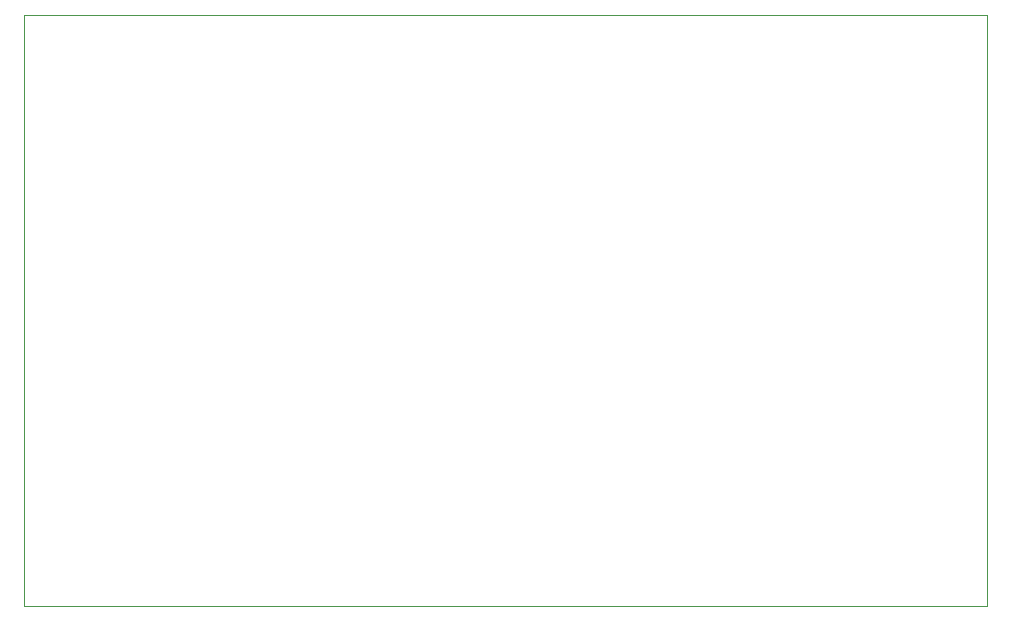
<source format=gbr>
%TF.GenerationSoftware,KiCad,Pcbnew,8.0.8*%
%TF.CreationDate,2025-02-19T23:23:06+00:00*%
%TF.ProjectId,ESP32-Project,45535033-322d-4507-926f-6a6563742e6b,rev?*%
%TF.SameCoordinates,Original*%
%TF.FileFunction,Profile,NP*%
%FSLAX46Y46*%
G04 Gerber Fmt 4.6, Leading zero omitted, Abs format (unit mm)*
G04 Created by KiCad (PCBNEW 8.0.8) date 2025-02-19 23:23:06*
%MOMM*%
%LPD*%
G01*
G04 APERTURE LIST*
%TA.AperFunction,Profile*%
%ADD10C,0.050000*%
%TD*%
G04 APERTURE END LIST*
D10*
X33000000Y-34500000D02*
X114500000Y-34500000D01*
X114500000Y-84500000D01*
X33000000Y-84500000D01*
X33000000Y-34500000D01*
M02*

</source>
